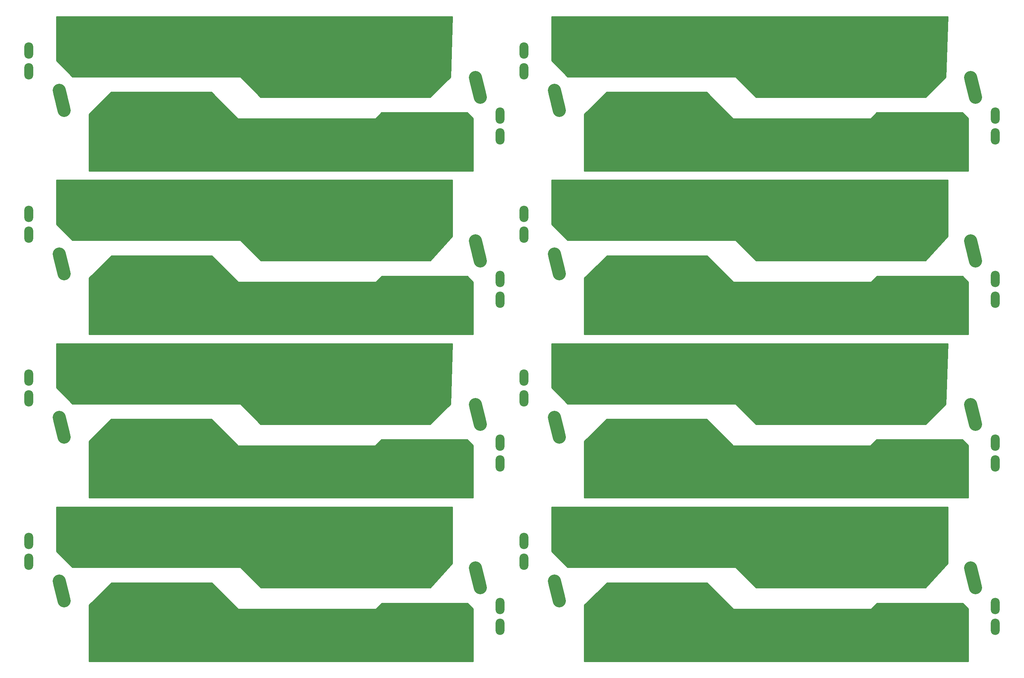
<source format=gbr>
G04 #@! TF.GenerationSoftware,KiCad,Pcbnew,(5.0.0)*
G04 #@! TF.CreationDate,2019-02-08T13:36:19+02:00*
G04 #@! TF.ProjectId,tp_x2_EKA_PnP,74705F78325F454B415F506E502E6B69,3*
G04 #@! TF.SameCoordinates,Original*
G04 #@! TF.FileFunction,Soldermask,Bot*
G04 #@! TF.FilePolarity,Negative*
%FSLAX46Y46*%
G04 Gerber Fmt 4.6, Leading zero omitted, Abs format (unit mm)*
G04 Created by KiCad (PCBNEW (5.0.0)) date 02/08/19 13:36:19*
%MOMM*%
%LPD*%
G01*
G04 APERTURE LIST*
%ADD10C,2.899360*%
%ADD11C,8.400000*%
%ADD12C,3.200000*%
%ADD13O,2.200000X4.000000*%
%ADD14O,9.200000X3.200000*%
%ADD15C,3.200000*%
%ADD16O,4.000000X2.200000*%
%ADD17C,0.254000*%
G04 APERTURE END LIST*
D10*
G04 #@! TO.C,H1*
X178000000Y-171000000D03*
G04 #@! TD*
G04 #@! TO.C,H1*
X178000000Y-91000000D03*
G04 #@! TD*
G04 #@! TO.C,H1*
X299000000Y-91000000D03*
G04 #@! TD*
G04 #@! TO.C,H1*
X301000000Y-171000000D03*
G04 #@! TD*
G04 #@! TO.C,H2*
X133000000Y-179000000D03*
G04 #@! TD*
G04 #@! TO.C,H2*
X133000000Y-139000000D03*
G04 #@! TD*
G04 #@! TO.C,H2*
X187000000Y-179000000D03*
G04 #@! TD*
G04 #@! TO.C,H2*
X197000000Y-184000000D03*
G04 #@! TD*
G04 #@! TO.C,H2*
X115000000Y-141000000D03*
G04 #@! TD*
D11*
G04 #@! TO.C,REF\002A\002A*
X192600000Y-206000000D03*
G04 #@! TD*
D10*
G04 #@! TO.C,H2*
X115000000Y-181000000D03*
G04 #@! TD*
G04 #@! TO.C,H2*
X151000000Y-179000000D03*
G04 #@! TD*
G04 #@! TO.C,H1*
X119000000Y-207000000D03*
G04 #@! TD*
D12*
G04 #@! TO.C,X4*
X152500000Y-211100000D03*
X147500000Y-211100000D03*
X142500000Y-211100000D03*
X152500000Y-204000000D03*
X147500000Y-204000000D03*
X142500000Y-204000000D03*
G04 #@! TD*
G04 #@! TO.C,X5*
X158000000Y-180900000D03*
X163000000Y-180900000D03*
X168000000Y-180900000D03*
X158000000Y-188000000D03*
X163000000Y-188000000D03*
X168000000Y-188000000D03*
G04 #@! TD*
D13*
G04 #@! TO.C,X17*
X99400000Y-184420000D03*
X99400000Y-189500000D03*
G04 #@! TD*
D10*
G04 #@! TO.C,H2*
X254000000Y-139000000D03*
G04 #@! TD*
G04 #@! TO.C,H2*
X308000000Y-179000000D03*
G04 #@! TD*
G04 #@! TO.C,H2*
X318000000Y-184000000D03*
G04 #@! TD*
D11*
G04 #@! TO.C,REF\002A\002A*
X300000000Y-147000000D03*
G04 #@! TD*
D10*
G04 #@! TO.C,H1*
X240000000Y-207000000D03*
G04 #@! TD*
G04 #@! TO.C,H2*
X236000000Y-141000000D03*
G04 #@! TD*
D11*
G04 #@! TO.C,REF\002A\002A*
X313600000Y-206000000D03*
G04 #@! TD*
D10*
G04 #@! TO.C,H2*
X272000000Y-179000000D03*
G04 #@! TD*
D13*
G04 #@! TO.C,X17*
X220400000Y-189500000D03*
X220400000Y-184420000D03*
G04 #@! TD*
D12*
G04 #@! TO.C,X5*
X289000000Y-188000000D03*
X284000000Y-188000000D03*
X279000000Y-188000000D03*
X289000000Y-180900000D03*
X284000000Y-180900000D03*
X279000000Y-180900000D03*
G04 #@! TD*
G04 #@! TO.C,X4*
X263500000Y-204000000D03*
X268500000Y-204000000D03*
X273500000Y-204000000D03*
X263500000Y-211100000D03*
X268500000Y-211100000D03*
X273500000Y-211100000D03*
G04 #@! TD*
D10*
G04 #@! TO.C,H2*
X254000000Y-179000000D03*
G04 #@! TD*
G04 #@! TO.C,H2*
X236000000Y-181000000D03*
G04 #@! TD*
D14*
G04 #@! TO.C,V2.1*
X234619236Y-188634980D03*
D12*
X239307528Y-199296590D03*
D15*
X237261533Y-201490651D02*
X241353523Y-197102529D01*
D12*
X228389270Y-196635452D03*
D15*
X227784465Y-194209713D02*
X228994075Y-199061191D01*
G04 #@! TD*
D11*
G04 #@! TO.C,REF\002A\002A*
X300000000Y-187000000D03*
G04 #@! TD*
D10*
G04 #@! TO.C,H1*
X321000000Y-208000000D03*
G04 #@! TD*
G04 #@! TO.C,H2*
X311000000Y-191000000D03*
G04 #@! TD*
G04 #@! TO.C,H1*
X282000000Y-211000000D03*
G04 #@! TD*
D12*
G04 #@! TO.C,X2*
X279000000Y-140900000D03*
X284000000Y-140900000D03*
X289000000Y-140900000D03*
X279000000Y-148000000D03*
X284000000Y-148000000D03*
X289000000Y-148000000D03*
G04 #@! TD*
D14*
G04 #@! TO.C,V2.2*
X323880764Y-201465020D03*
D12*
X319192472Y-190803410D03*
D15*
X321238467Y-188609349D02*
X317146477Y-192997471D01*
D12*
X330110730Y-193464548D03*
D15*
X330715535Y-195890287D02*
X329505925Y-191038809D01*
G04 #@! TD*
D10*
G04 #@! TO.C,H1*
X321000000Y-168000000D03*
G04 #@! TD*
G04 #@! TO.C,H2*
X311000000Y-151000000D03*
G04 #@! TD*
D16*
G04 #@! TO.C,X6*
X292040000Y-205000000D03*
X286960000Y-205000000D03*
G04 #@! TD*
D11*
G04 #@! TO.C,REF\002A\002A*
X244900000Y-184100000D03*
G04 #@! TD*
D10*
G04 #@! TO.C,H1*
X252000000Y-169000000D03*
G04 #@! TD*
G04 #@! TO.C,H2*
X308000000Y-139000000D03*
G04 #@! TD*
G04 #@! TO.C,H1*
X240000000Y-167000000D03*
G04 #@! TD*
G04 #@! TO.C,H1*
X282000000Y-171000000D03*
G04 #@! TD*
G04 #@! TO.C,H2*
X318000000Y-144000000D03*
G04 #@! TD*
G04 #@! TO.C,H1*
X306000000Y-204000000D03*
G04 #@! TD*
G04 #@! TO.C,H1*
X306000000Y-164000000D03*
G04 #@! TD*
D13*
G04 #@! TO.C,X7*
X335500000Y-165440000D03*
X335500000Y-160360000D03*
G04 #@! TD*
D10*
G04 #@! TO.C,H2*
X272000000Y-139000000D03*
G04 #@! TD*
D16*
G04 #@! TO.C,X3*
X286960000Y-165000000D03*
X292040000Y-165000000D03*
G04 #@! TD*
D12*
G04 #@! TO.C,V1.1*
X228389270Y-156635452D03*
D15*
X227784465Y-154209713D02*
X228994075Y-159061191D01*
D12*
X239307528Y-159296590D03*
D15*
X237261533Y-161490651D02*
X241353523Y-157102529D01*
D14*
X234619236Y-148634980D03*
G04 #@! TD*
D13*
G04 #@! TO.C,X9*
X220400000Y-144420000D03*
X220400000Y-149500000D03*
G04 #@! TD*
D12*
G04 #@! TO.C,X1*
X273500000Y-171100000D03*
X268500000Y-171100000D03*
X263500000Y-171100000D03*
X273500000Y-164000000D03*
X268500000Y-164000000D03*
X263500000Y-164000000D03*
G04 #@! TD*
D16*
G04 #@! TO.C,X12*
X266740000Y-143900000D03*
X261660000Y-143900000D03*
G04 #@! TD*
D11*
G04 #@! TO.C,REF\002A\002A*
X313600000Y-166000000D03*
G04 #@! TD*
G04 #@! TO.C,REF\002A\002A*
X244900000Y-144100000D03*
G04 #@! TD*
D10*
G04 #@! TO.C,H1*
X247000000Y-159000000D03*
G04 #@! TD*
D12*
G04 #@! TO.C,V1.2*
X330110730Y-153464548D03*
D15*
X330715535Y-155890287D02*
X329505925Y-151038809D01*
D12*
X319192472Y-150803410D03*
D15*
X321238467Y-148609349D02*
X317146477Y-152997471D01*
D14*
X323880764Y-161465020D03*
G04 #@! TD*
D16*
G04 #@! TO.C,X26*
X261660000Y-183900000D03*
X266740000Y-183900000D03*
G04 #@! TD*
D10*
G04 #@! TO.C,H1*
X252000000Y-209000000D03*
G04 #@! TD*
G04 #@! TO.C,H1*
X247000000Y-199000000D03*
G04 #@! TD*
D11*
G04 #@! TO.C,REF\002A\002A*
X179000000Y-147000000D03*
G04 #@! TD*
G04 #@! TO.C,REF\002A\002A*
X192600000Y-166000000D03*
G04 #@! TD*
D16*
G04 #@! TO.C,X12*
X140660000Y-143900000D03*
X145740000Y-143900000D03*
G04 #@! TD*
D14*
G04 #@! TO.C,V1.1*
X113619236Y-148634980D03*
D12*
X118307528Y-159296590D03*
D15*
X116261533Y-161490651D02*
X120353523Y-157102529D01*
D12*
X107389270Y-156635452D03*
D15*
X106784465Y-154209713D02*
X107994075Y-159061191D01*
G04 #@! TD*
D12*
G04 #@! TO.C,X1*
X142500000Y-164000000D03*
X147500000Y-164000000D03*
X152500000Y-164000000D03*
X142500000Y-171100000D03*
X147500000Y-171100000D03*
X152500000Y-171100000D03*
G04 #@! TD*
D13*
G04 #@! TO.C,X9*
X99400000Y-149500000D03*
X99400000Y-144420000D03*
G04 #@! TD*
D14*
G04 #@! TO.C,V1.2*
X202880764Y-161465020D03*
D12*
X198192472Y-150803410D03*
D15*
X200238467Y-148609349D02*
X196146477Y-152997471D01*
D12*
X209110730Y-153464548D03*
D15*
X209715535Y-155890287D02*
X208505925Y-151038809D01*
G04 #@! TD*
D16*
G04 #@! TO.C,X3*
X171040000Y-165000000D03*
X165960000Y-165000000D03*
G04 #@! TD*
D13*
G04 #@! TO.C,X7*
X214500000Y-160360000D03*
X214500000Y-165440000D03*
G04 #@! TD*
D11*
G04 #@! TO.C,REF\002A\002A*
X123900000Y-144100000D03*
G04 #@! TD*
D10*
G04 #@! TO.C,H1*
X185000000Y-164000000D03*
G04 #@! TD*
G04 #@! TO.C,H2*
X151000000Y-139000000D03*
G04 #@! TD*
G04 #@! TO.C,H1*
X126000000Y-159000000D03*
G04 #@! TD*
G04 #@! TO.C,H1*
X131000000Y-169000000D03*
G04 #@! TD*
G04 #@! TO.C,H1*
X161000000Y-171000000D03*
G04 #@! TD*
G04 #@! TO.C,H1*
X200000000Y-168000000D03*
G04 #@! TD*
G04 #@! TO.C,H2*
X190000000Y-151000000D03*
G04 #@! TD*
G04 #@! TO.C,H2*
X187000000Y-139000000D03*
G04 #@! TD*
G04 #@! TO.C,H1*
X119000000Y-167000000D03*
G04 #@! TD*
D12*
G04 #@! TO.C,X2*
X168000000Y-148000000D03*
X163000000Y-148000000D03*
X158000000Y-148000000D03*
X168000000Y-140900000D03*
X163000000Y-140900000D03*
X158000000Y-140900000D03*
G04 #@! TD*
D13*
G04 #@! TO.C,X14*
X335500000Y-200360000D03*
X335500000Y-205440000D03*
G04 #@! TD*
D10*
G04 #@! TO.C,H1*
X300000000Y-211000000D03*
G04 #@! TD*
G04 #@! TO.C,H2*
X197000000Y-144000000D03*
G04 #@! TD*
G04 #@! TO.C,H1*
X185000000Y-204000000D03*
G04 #@! TD*
D12*
G04 #@! TO.C,V2.1*
X107389270Y-196635452D03*
D15*
X106784465Y-194209713D02*
X107994075Y-199061191D01*
D12*
X118307528Y-199296590D03*
D15*
X116261533Y-201490651D02*
X120353523Y-197102529D01*
D14*
X113619236Y-188634980D03*
G04 #@! TD*
D11*
G04 #@! TO.C,REF\002A\002A*
X179000000Y-187000000D03*
G04 #@! TD*
D16*
G04 #@! TO.C,X6*
X165960000Y-205000000D03*
X171040000Y-205000000D03*
G04 #@! TD*
D10*
G04 #@! TO.C,H1*
X200000000Y-208000000D03*
G04 #@! TD*
G04 #@! TO.C,H2*
X190000000Y-191000000D03*
G04 #@! TD*
G04 #@! TO.C,H1*
X161000000Y-211000000D03*
G04 #@! TD*
D12*
G04 #@! TO.C,V2.2*
X209110730Y-193464548D03*
D15*
X209715535Y-195890287D02*
X208505925Y-191038809D01*
D12*
X198192472Y-190803410D03*
D15*
X200238467Y-188609349D02*
X196146477Y-192997471D01*
D14*
X202880764Y-201465020D03*
G04 #@! TD*
D11*
G04 #@! TO.C,REF\002A\002A*
X123900000Y-184100000D03*
G04 #@! TD*
D13*
G04 #@! TO.C,X14*
X214500000Y-205440000D03*
X214500000Y-200360000D03*
G04 #@! TD*
D10*
G04 #@! TO.C,H1*
X179000000Y-211000000D03*
G04 #@! TD*
D16*
G04 #@! TO.C,X26*
X145740000Y-183900000D03*
X140660000Y-183900000D03*
G04 #@! TD*
D10*
G04 #@! TO.C,H1*
X131000000Y-209000000D03*
G04 #@! TD*
G04 #@! TO.C,H1*
X126000000Y-199000000D03*
G04 #@! TD*
G04 #@! TO.C,H2*
X254000000Y-99000000D03*
G04 #@! TD*
G04 #@! TO.C,H2*
X254000000Y-59000000D03*
G04 #@! TD*
G04 #@! TO.C,H2*
X308000000Y-99000000D03*
G04 #@! TD*
G04 #@! TO.C,H2*
X318000000Y-104000000D03*
G04 #@! TD*
G04 #@! TO.C,H2*
X236000000Y-61000000D03*
G04 #@! TD*
D11*
G04 #@! TO.C,REF\002A\002A*
X313600000Y-126000000D03*
G04 #@! TD*
D10*
G04 #@! TO.C,H2*
X236000000Y-101000000D03*
G04 #@! TD*
G04 #@! TO.C,H2*
X272000000Y-99000000D03*
G04 #@! TD*
G04 #@! TO.C,H1*
X240000000Y-127000000D03*
G04 #@! TD*
D12*
G04 #@! TO.C,X4*
X273500000Y-131100000D03*
X268500000Y-131100000D03*
X263500000Y-131100000D03*
X273500000Y-124000000D03*
X268500000Y-124000000D03*
X263500000Y-124000000D03*
G04 #@! TD*
G04 #@! TO.C,X5*
X279000000Y-100900000D03*
X284000000Y-100900000D03*
X289000000Y-100900000D03*
X279000000Y-108000000D03*
X284000000Y-108000000D03*
X289000000Y-108000000D03*
G04 #@! TD*
D13*
G04 #@! TO.C,X17*
X220400000Y-104420000D03*
X220400000Y-109500000D03*
G04 #@! TD*
D11*
G04 #@! TO.C,REF\002A\002A*
X300000000Y-67000000D03*
G04 #@! TD*
G04 #@! TO.C,REF\002A\002A*
X313600000Y-86000000D03*
G04 #@! TD*
D16*
G04 #@! TO.C,X12*
X261660000Y-63900000D03*
X266740000Y-63900000D03*
G04 #@! TD*
D14*
G04 #@! TO.C,V1.1*
X234619236Y-68634980D03*
D12*
X239307528Y-79296590D03*
D15*
X237261533Y-81490651D02*
X241353523Y-77102529D01*
D12*
X228389270Y-76635452D03*
D15*
X227784465Y-74209713D02*
X228994075Y-79061191D01*
G04 #@! TD*
D12*
G04 #@! TO.C,X1*
X263500000Y-84000000D03*
X268500000Y-84000000D03*
X273500000Y-84000000D03*
X263500000Y-91100000D03*
X268500000Y-91100000D03*
X273500000Y-91100000D03*
G04 #@! TD*
D13*
G04 #@! TO.C,X9*
X220400000Y-69500000D03*
X220400000Y-64420000D03*
G04 #@! TD*
D14*
G04 #@! TO.C,V1.2*
X323880764Y-81465020D03*
D12*
X319192472Y-70803410D03*
D15*
X321238467Y-68609349D02*
X317146477Y-72997471D01*
D12*
X330110730Y-73464548D03*
D15*
X330715535Y-75890287D02*
X329505925Y-71038809D01*
G04 #@! TD*
D16*
G04 #@! TO.C,X3*
X292040000Y-85000000D03*
X286960000Y-85000000D03*
G04 #@! TD*
D13*
G04 #@! TO.C,X7*
X335500000Y-80360000D03*
X335500000Y-85440000D03*
G04 #@! TD*
D11*
G04 #@! TO.C,REF\002A\002A*
X244900000Y-64100000D03*
G04 #@! TD*
D10*
G04 #@! TO.C,H1*
X306000000Y-84000000D03*
G04 #@! TD*
G04 #@! TO.C,H2*
X272000000Y-59000000D03*
G04 #@! TD*
G04 #@! TO.C,H1*
X247000000Y-79000000D03*
G04 #@! TD*
G04 #@! TO.C,H1*
X252000000Y-89000000D03*
G04 #@! TD*
G04 #@! TO.C,H1*
X282000000Y-91000000D03*
G04 #@! TD*
G04 #@! TO.C,H1*
X321000000Y-88000000D03*
G04 #@! TD*
G04 #@! TO.C,H2*
X311000000Y-71000000D03*
G04 #@! TD*
G04 #@! TO.C,H2*
X308000000Y-59000000D03*
G04 #@! TD*
G04 #@! TO.C,H1*
X240000000Y-87000000D03*
G04 #@! TD*
D12*
G04 #@! TO.C,X2*
X289000000Y-68000000D03*
X284000000Y-68000000D03*
X279000000Y-68000000D03*
X289000000Y-60900000D03*
X284000000Y-60900000D03*
X279000000Y-60900000D03*
G04 #@! TD*
D10*
G04 #@! TO.C,H2*
X318000000Y-64000000D03*
G04 #@! TD*
G04 #@! TO.C,H1*
X306000000Y-124000000D03*
G04 #@! TD*
D12*
G04 #@! TO.C,V2.1*
X228389270Y-116635452D03*
D15*
X227784465Y-114209713D02*
X228994075Y-119061191D01*
D12*
X239307528Y-119296590D03*
D15*
X237261533Y-121490651D02*
X241353523Y-117102529D01*
D14*
X234619236Y-108634980D03*
G04 #@! TD*
D11*
G04 #@! TO.C,REF\002A\002A*
X300000000Y-107000000D03*
G04 #@! TD*
D16*
G04 #@! TO.C,X6*
X286960000Y-125000000D03*
X292040000Y-125000000D03*
G04 #@! TD*
D10*
G04 #@! TO.C,H1*
X321000000Y-128000000D03*
G04 #@! TD*
G04 #@! TO.C,H2*
X311000000Y-111000000D03*
G04 #@! TD*
G04 #@! TO.C,H1*
X282000000Y-131000000D03*
G04 #@! TD*
D12*
G04 #@! TO.C,V2.2*
X330110730Y-113464548D03*
D15*
X330715535Y-115890287D02*
X329505925Y-111038809D01*
D12*
X319192472Y-110803410D03*
D15*
X321238467Y-108609349D02*
X317146477Y-112997471D01*
D14*
X323880764Y-121465020D03*
G04 #@! TD*
D11*
G04 #@! TO.C,REF\002A\002A*
X244900000Y-104100000D03*
G04 #@! TD*
D13*
G04 #@! TO.C,X14*
X335500000Y-125440000D03*
X335500000Y-120360000D03*
G04 #@! TD*
D10*
G04 #@! TO.C,H1*
X300000000Y-131000000D03*
G04 #@! TD*
D16*
G04 #@! TO.C,X26*
X266740000Y-103900000D03*
X261660000Y-103900000D03*
G04 #@! TD*
D10*
G04 #@! TO.C,H1*
X252000000Y-129000000D03*
G04 #@! TD*
G04 #@! TO.C,H1*
X247000000Y-119000000D03*
G04 #@! TD*
D11*
G04 #@! TO.C,REF\002A\002A*
X192600000Y-126000000D03*
G04 #@! TD*
D13*
G04 #@! TO.C,X14*
X214500000Y-120360000D03*
X214500000Y-125440000D03*
G04 #@! TD*
D11*
G04 #@! TO.C,REF\002A\002A*
X179000000Y-107000000D03*
G04 #@! TD*
D16*
G04 #@! TO.C,X26*
X140660000Y-103900000D03*
X145740000Y-103900000D03*
G04 #@! TD*
D14*
G04 #@! TO.C,V2.1*
X113619236Y-108634980D03*
D12*
X118307528Y-119296590D03*
D15*
X116261533Y-121490651D02*
X120353523Y-117102529D01*
D12*
X107389270Y-116635452D03*
D15*
X106784465Y-114209713D02*
X107994075Y-119061191D01*
G04 #@! TD*
D14*
G04 #@! TO.C,V2.2*
X202880764Y-121465020D03*
D12*
X198192472Y-110803410D03*
D15*
X200238467Y-108609349D02*
X196146477Y-112997471D01*
D12*
X209110730Y-113464548D03*
D15*
X209715535Y-115890287D02*
X208505925Y-111038809D01*
G04 #@! TD*
D11*
G04 #@! TO.C,REF\002A\002A*
X123900000Y-104100000D03*
G04 #@! TD*
D16*
G04 #@! TO.C,X6*
X171040000Y-125000000D03*
X165960000Y-125000000D03*
G04 #@! TD*
D10*
G04 #@! TO.C,H1*
X185000000Y-124000000D03*
G04 #@! TD*
G04 #@! TO.C,H1*
X179000000Y-131000000D03*
G04 #@! TD*
G04 #@! TO.C,H1*
X161000000Y-131000000D03*
G04 #@! TD*
G04 #@! TO.C,H1*
X126000000Y-119000000D03*
G04 #@! TD*
G04 #@! TO.C,H1*
X131000000Y-129000000D03*
G04 #@! TD*
G04 #@! TO.C,H2*
X190000000Y-111000000D03*
G04 #@! TD*
G04 #@! TO.C,H1*
X200000000Y-128000000D03*
G04 #@! TD*
G04 #@! TO.C,H2*
X197000000Y-104000000D03*
G04 #@! TD*
D13*
G04 #@! TO.C,X17*
X99400000Y-109500000D03*
X99400000Y-104420000D03*
G04 #@! TD*
D12*
G04 #@! TO.C,X5*
X168000000Y-108000000D03*
X163000000Y-108000000D03*
X158000000Y-108000000D03*
X168000000Y-100900000D03*
X163000000Y-100900000D03*
X158000000Y-100900000D03*
G04 #@! TD*
G04 #@! TO.C,X4*
X142500000Y-124000000D03*
X147500000Y-124000000D03*
X152500000Y-124000000D03*
X142500000Y-131100000D03*
X147500000Y-131100000D03*
X152500000Y-131100000D03*
G04 #@! TD*
D10*
G04 #@! TO.C,H1*
X119000000Y-127000000D03*
G04 #@! TD*
G04 #@! TO.C,H2*
X151000000Y-99000000D03*
G04 #@! TD*
G04 #@! TO.C,H2*
X133000000Y-99000000D03*
G04 #@! TD*
G04 #@! TO.C,H2*
X187000000Y-99000000D03*
G04 #@! TD*
G04 #@! TO.C,H2*
X115000000Y-101000000D03*
G04 #@! TD*
G04 #@! TO.C,H2*
X115000000Y-61000000D03*
G04 #@! TD*
G04 #@! TO.C,H2*
X133000000Y-59000000D03*
G04 #@! TD*
G04 #@! TO.C,H2*
X151000000Y-59000000D03*
G04 #@! TD*
G04 #@! TO.C,H2*
X187000000Y-59000000D03*
G04 #@! TD*
G04 #@! TO.C,H2*
X190000000Y-71000000D03*
G04 #@! TD*
G04 #@! TO.C,H1*
X200000000Y-88000000D03*
G04 #@! TD*
G04 #@! TO.C,H1*
X185000000Y-84000000D03*
G04 #@! TD*
G04 #@! TO.C,H1*
X161000000Y-91000000D03*
G04 #@! TD*
G04 #@! TO.C,H1*
X131000000Y-89000000D03*
G04 #@! TD*
G04 #@! TO.C,H1*
X126000000Y-79000000D03*
G04 #@! TD*
D11*
G04 #@! TO.C,REF\002A\002A*
X192600000Y-86000000D03*
G04 #@! TD*
D16*
G04 #@! TO.C,X3*
X165960000Y-85000000D03*
X171040000Y-85000000D03*
G04 #@! TD*
D12*
G04 #@! TO.C,V1.2*
X209110730Y-73464548D03*
D15*
X209715535Y-75890287D02*
X208505925Y-71038809D01*
D12*
X198192472Y-70803410D03*
D15*
X200238467Y-68609349D02*
X196146477Y-72997471D01*
D14*
X202880764Y-81465020D03*
G04 #@! TD*
D11*
G04 #@! TO.C,REF\002A\002A*
X179000000Y-67000000D03*
G04 #@! TD*
G04 #@! TO.C,REF\002A\002A*
X123900000Y-64100000D03*
G04 #@! TD*
D12*
G04 #@! TO.C,V1.1*
X107389270Y-76635452D03*
D15*
X106784465Y-74209713D02*
X107994075Y-79061191D01*
D12*
X118307528Y-79296590D03*
D15*
X116261533Y-81490651D02*
X120353523Y-77102529D01*
D14*
X113619236Y-68634980D03*
G04 #@! TD*
D13*
G04 #@! TO.C,X7*
X214500000Y-85440000D03*
X214500000Y-80360000D03*
G04 #@! TD*
D16*
G04 #@! TO.C,X12*
X145740000Y-63900000D03*
X140660000Y-63900000D03*
G04 #@! TD*
D13*
G04 #@! TO.C,X9*
X99400000Y-64420000D03*
X99400000Y-69500000D03*
G04 #@! TD*
D12*
G04 #@! TO.C,X1*
X152500000Y-91100000D03*
X147500000Y-91100000D03*
X142500000Y-91100000D03*
X152500000Y-84000000D03*
X147500000Y-84000000D03*
X142500000Y-84000000D03*
G04 #@! TD*
G04 #@! TO.C,X2*
X158000000Y-60900000D03*
X163000000Y-60900000D03*
X168000000Y-60900000D03*
X158000000Y-68000000D03*
X163000000Y-68000000D03*
X168000000Y-68000000D03*
G04 #@! TD*
D10*
G04 #@! TO.C,H1*
X119000000Y-87000000D03*
G04 #@! TD*
G04 #@! TO.C,H2*
X197000000Y-64000000D03*
G04 #@! TD*
D17*
G36*
X202374741Y-70945653D02*
X197447394Y-75873000D01*
X156052606Y-75873000D01*
X151089803Y-70910197D01*
X151048601Y-70882667D01*
X151000000Y-70873000D01*
X110052606Y-70873000D01*
X106127000Y-66947394D01*
X106127000Y-56127000D01*
X202868696Y-56127000D01*
X202374741Y-70945653D01*
X202374741Y-70945653D01*
G37*
X202374741Y-70945653D02*
X197447394Y-75873000D01*
X156052606Y-75873000D01*
X151089803Y-70910197D01*
X151048601Y-70882667D01*
X151000000Y-70873000D01*
X110052606Y-70873000D01*
X106127000Y-66947394D01*
X106127000Y-56127000D01*
X202868696Y-56127000D01*
X202374741Y-70945653D01*
G36*
X150410197Y-81089803D02*
X150451399Y-81117333D01*
X150500000Y-81127000D01*
X184000000Y-81127000D01*
X184048601Y-81117333D01*
X184089803Y-81089803D01*
X185552606Y-79627000D01*
X206447394Y-79627000D01*
X207873000Y-81052606D01*
X207873000Y-93873000D01*
X114127000Y-93873000D01*
X114127000Y-80052606D01*
X119552606Y-74627000D01*
X143947394Y-74627000D01*
X150410197Y-81089803D01*
X150410197Y-81089803D01*
G37*
X150410197Y-81089803D02*
X150451399Y-81117333D01*
X150500000Y-81127000D01*
X184000000Y-81127000D01*
X184048601Y-81117333D01*
X184089803Y-81089803D01*
X185552606Y-79627000D01*
X206447394Y-79627000D01*
X207873000Y-81052606D01*
X207873000Y-93873000D01*
X114127000Y-93873000D01*
X114127000Y-80052606D01*
X119552606Y-74627000D01*
X143947394Y-74627000D01*
X150410197Y-81089803D01*
G36*
X150497915Y-121089803D02*
X150539117Y-121117333D01*
X150587718Y-121127000D01*
X184087718Y-121127000D01*
X184136319Y-121117333D01*
X184177521Y-121089803D01*
X185640324Y-119627000D01*
X206532859Y-119627000D01*
X207873000Y-121050378D01*
X207873000Y-133873000D01*
X114127000Y-133873000D01*
X114127000Y-120053194D01*
X119639735Y-114627000D01*
X144035112Y-114627000D01*
X150497915Y-121089803D01*
X150497915Y-121089803D01*
G37*
X150497915Y-121089803D02*
X150539117Y-121117333D01*
X150587718Y-121127000D01*
X184087718Y-121127000D01*
X184136319Y-121117333D01*
X184177521Y-121089803D01*
X185640324Y-119627000D01*
X206532859Y-119627000D01*
X207873000Y-121050378D01*
X207873000Y-133873000D01*
X114127000Y-133873000D01*
X114127000Y-120053194D01*
X119639735Y-114627000D01*
X144035112Y-114627000D01*
X150497915Y-121089803D01*
G36*
X202873000Y-109950996D02*
X197503268Y-115873000D01*
X156112152Y-115873000D01*
X151149349Y-110910197D01*
X151108147Y-110882667D01*
X151059546Y-110873000D01*
X110052606Y-110873000D01*
X106127000Y-106947394D01*
X106127000Y-96127000D01*
X202873000Y-96127000D01*
X202873000Y-109950996D01*
X202873000Y-109950996D01*
G37*
X202873000Y-109950996D02*
X197503268Y-115873000D01*
X156112152Y-115873000D01*
X151149349Y-110910197D01*
X151108147Y-110882667D01*
X151059546Y-110873000D01*
X110052606Y-110873000D01*
X106127000Y-106947394D01*
X106127000Y-96127000D01*
X202873000Y-96127000D01*
X202873000Y-109950996D01*
G36*
X271410197Y-81089803D02*
X271451399Y-81117333D01*
X271500000Y-81127000D01*
X305000000Y-81127000D01*
X305048601Y-81117333D01*
X305089803Y-81089803D01*
X306552606Y-79627000D01*
X327447394Y-79627000D01*
X328873000Y-81052606D01*
X328873000Y-93873000D01*
X235127000Y-93873000D01*
X235127000Y-80052606D01*
X240552606Y-74627000D01*
X264947394Y-74627000D01*
X271410197Y-81089803D01*
X271410197Y-81089803D01*
G37*
X271410197Y-81089803D02*
X271451399Y-81117333D01*
X271500000Y-81127000D01*
X305000000Y-81127000D01*
X305048601Y-81117333D01*
X305089803Y-81089803D01*
X306552606Y-79627000D01*
X327447394Y-79627000D01*
X328873000Y-81052606D01*
X328873000Y-93873000D01*
X235127000Y-93873000D01*
X235127000Y-80052606D01*
X240552606Y-74627000D01*
X264947394Y-74627000D01*
X271410197Y-81089803D01*
G36*
X271497915Y-121089803D02*
X271539117Y-121117333D01*
X271587718Y-121127000D01*
X305087718Y-121127000D01*
X305136319Y-121117333D01*
X305177521Y-121089803D01*
X306640324Y-119627000D01*
X327532859Y-119627000D01*
X328873000Y-121050378D01*
X328873000Y-133873000D01*
X235127000Y-133873000D01*
X235127000Y-120053194D01*
X240639735Y-114627000D01*
X265035112Y-114627000D01*
X271497915Y-121089803D01*
X271497915Y-121089803D01*
G37*
X271497915Y-121089803D02*
X271539117Y-121117333D01*
X271587718Y-121127000D01*
X305087718Y-121127000D01*
X305136319Y-121117333D01*
X305177521Y-121089803D01*
X306640324Y-119627000D01*
X327532859Y-119627000D01*
X328873000Y-121050378D01*
X328873000Y-133873000D01*
X235127000Y-133873000D01*
X235127000Y-120053194D01*
X240639735Y-114627000D01*
X265035112Y-114627000D01*
X271497915Y-121089803D01*
G36*
X323374741Y-70945653D02*
X318447394Y-75873000D01*
X277052606Y-75873000D01*
X272089803Y-70910197D01*
X272048601Y-70882667D01*
X272000000Y-70873000D01*
X231052606Y-70873000D01*
X227127000Y-66947394D01*
X227127000Y-56127000D01*
X323868696Y-56127000D01*
X323374741Y-70945653D01*
X323374741Y-70945653D01*
G37*
X323374741Y-70945653D02*
X318447394Y-75873000D01*
X277052606Y-75873000D01*
X272089803Y-70910197D01*
X272048601Y-70882667D01*
X272000000Y-70873000D01*
X231052606Y-70873000D01*
X227127000Y-66947394D01*
X227127000Y-56127000D01*
X323868696Y-56127000D01*
X323374741Y-70945653D01*
G36*
X323873000Y-109950996D02*
X318503268Y-115873000D01*
X277112152Y-115873000D01*
X272149349Y-110910197D01*
X272108147Y-110882667D01*
X272059546Y-110873000D01*
X231052606Y-110873000D01*
X227127000Y-106947394D01*
X227127000Y-96127000D01*
X323873000Y-96127000D01*
X323873000Y-109950996D01*
X323873000Y-109950996D01*
G37*
X323873000Y-109950996D02*
X318503268Y-115873000D01*
X277112152Y-115873000D01*
X272149349Y-110910197D01*
X272108147Y-110882667D01*
X272059546Y-110873000D01*
X231052606Y-110873000D01*
X227127000Y-106947394D01*
X227127000Y-96127000D01*
X323873000Y-96127000D01*
X323873000Y-109950996D01*
G36*
X271497915Y-201089803D02*
X271539117Y-201117333D01*
X271587718Y-201127000D01*
X305087718Y-201127000D01*
X305136319Y-201117333D01*
X305177521Y-201089803D01*
X306640324Y-199627000D01*
X327532859Y-199627000D01*
X328873000Y-201050378D01*
X328873000Y-213873000D01*
X235127000Y-213873000D01*
X235127000Y-200053194D01*
X240639735Y-194627000D01*
X265035112Y-194627000D01*
X271497915Y-201089803D01*
X271497915Y-201089803D01*
G37*
X271497915Y-201089803D02*
X271539117Y-201117333D01*
X271587718Y-201127000D01*
X305087718Y-201127000D01*
X305136319Y-201117333D01*
X305177521Y-201089803D01*
X306640324Y-199627000D01*
X327532859Y-199627000D01*
X328873000Y-201050378D01*
X328873000Y-213873000D01*
X235127000Y-213873000D01*
X235127000Y-200053194D01*
X240639735Y-194627000D01*
X265035112Y-194627000D01*
X271497915Y-201089803D01*
G36*
X271410197Y-161089803D02*
X271451399Y-161117333D01*
X271500000Y-161127000D01*
X305000000Y-161127000D01*
X305048601Y-161117333D01*
X305089803Y-161089803D01*
X306552606Y-159627000D01*
X327447394Y-159627000D01*
X328873000Y-161052606D01*
X328873000Y-173873000D01*
X235127000Y-173873000D01*
X235127000Y-160052606D01*
X240552606Y-154627000D01*
X264947394Y-154627000D01*
X271410197Y-161089803D01*
X271410197Y-161089803D01*
G37*
X271410197Y-161089803D02*
X271451399Y-161117333D01*
X271500000Y-161127000D01*
X305000000Y-161127000D01*
X305048601Y-161117333D01*
X305089803Y-161089803D01*
X306552606Y-159627000D01*
X327447394Y-159627000D01*
X328873000Y-161052606D01*
X328873000Y-173873000D01*
X235127000Y-173873000D01*
X235127000Y-160052606D01*
X240552606Y-154627000D01*
X264947394Y-154627000D01*
X271410197Y-161089803D01*
G36*
X323873000Y-189950996D02*
X318503268Y-195873000D01*
X277112152Y-195873000D01*
X272149349Y-190910197D01*
X272108147Y-190882667D01*
X272059546Y-190873000D01*
X231052606Y-190873000D01*
X227127000Y-186947394D01*
X227127000Y-176127000D01*
X323873000Y-176127000D01*
X323873000Y-189950996D01*
X323873000Y-189950996D01*
G37*
X323873000Y-189950996D02*
X318503268Y-195873000D01*
X277112152Y-195873000D01*
X272149349Y-190910197D01*
X272108147Y-190882667D01*
X272059546Y-190873000D01*
X231052606Y-190873000D01*
X227127000Y-186947394D01*
X227127000Y-176127000D01*
X323873000Y-176127000D01*
X323873000Y-189950996D01*
G36*
X150410197Y-161089803D02*
X150451399Y-161117333D01*
X150500000Y-161127000D01*
X184000000Y-161127000D01*
X184048601Y-161117333D01*
X184089803Y-161089803D01*
X185552606Y-159627000D01*
X206447394Y-159627000D01*
X207873000Y-161052606D01*
X207873000Y-173873000D01*
X114127000Y-173873000D01*
X114127000Y-160052606D01*
X119552606Y-154627000D01*
X143947394Y-154627000D01*
X150410197Y-161089803D01*
X150410197Y-161089803D01*
G37*
X150410197Y-161089803D02*
X150451399Y-161117333D01*
X150500000Y-161127000D01*
X184000000Y-161127000D01*
X184048601Y-161117333D01*
X184089803Y-161089803D01*
X185552606Y-159627000D01*
X206447394Y-159627000D01*
X207873000Y-161052606D01*
X207873000Y-173873000D01*
X114127000Y-173873000D01*
X114127000Y-160052606D01*
X119552606Y-154627000D01*
X143947394Y-154627000D01*
X150410197Y-161089803D01*
G36*
X150497915Y-201089803D02*
X150539117Y-201117333D01*
X150587718Y-201127000D01*
X184087718Y-201127000D01*
X184136319Y-201117333D01*
X184177521Y-201089803D01*
X185640324Y-199627000D01*
X206532859Y-199627000D01*
X207873000Y-201050378D01*
X207873000Y-213873000D01*
X114127000Y-213873000D01*
X114127000Y-200053194D01*
X119639735Y-194627000D01*
X144035112Y-194627000D01*
X150497915Y-201089803D01*
X150497915Y-201089803D01*
G37*
X150497915Y-201089803D02*
X150539117Y-201117333D01*
X150587718Y-201127000D01*
X184087718Y-201127000D01*
X184136319Y-201117333D01*
X184177521Y-201089803D01*
X185640324Y-199627000D01*
X206532859Y-199627000D01*
X207873000Y-201050378D01*
X207873000Y-213873000D01*
X114127000Y-213873000D01*
X114127000Y-200053194D01*
X119639735Y-194627000D01*
X144035112Y-194627000D01*
X150497915Y-201089803D01*
G36*
X202374741Y-150945653D02*
X197447394Y-155873000D01*
X156052606Y-155873000D01*
X151089803Y-150910197D01*
X151048601Y-150882667D01*
X151000000Y-150873000D01*
X110052606Y-150873000D01*
X106127000Y-146947394D01*
X106127000Y-136127000D01*
X202868696Y-136127000D01*
X202374741Y-150945653D01*
X202374741Y-150945653D01*
G37*
X202374741Y-150945653D02*
X197447394Y-155873000D01*
X156052606Y-155873000D01*
X151089803Y-150910197D01*
X151048601Y-150882667D01*
X151000000Y-150873000D01*
X110052606Y-150873000D01*
X106127000Y-146947394D01*
X106127000Y-136127000D01*
X202868696Y-136127000D01*
X202374741Y-150945653D01*
G36*
X202873000Y-189950996D02*
X197503268Y-195873000D01*
X156112152Y-195873000D01*
X151149349Y-190910197D01*
X151108147Y-190882667D01*
X151059546Y-190873000D01*
X110052606Y-190873000D01*
X106127000Y-186947394D01*
X106127000Y-176127000D01*
X202873000Y-176127000D01*
X202873000Y-189950996D01*
X202873000Y-189950996D01*
G37*
X202873000Y-189950996D02*
X197503268Y-195873000D01*
X156112152Y-195873000D01*
X151149349Y-190910197D01*
X151108147Y-190882667D01*
X151059546Y-190873000D01*
X110052606Y-190873000D01*
X106127000Y-186947394D01*
X106127000Y-176127000D01*
X202873000Y-176127000D01*
X202873000Y-189950996D01*
G36*
X323374741Y-150945653D02*
X318447394Y-155873000D01*
X277052606Y-155873000D01*
X272089803Y-150910197D01*
X272048601Y-150882667D01*
X272000000Y-150873000D01*
X231052606Y-150873000D01*
X227127000Y-146947394D01*
X227127000Y-136127000D01*
X323868696Y-136127000D01*
X323374741Y-150945653D01*
X323374741Y-150945653D01*
G37*
X323374741Y-150945653D02*
X318447394Y-155873000D01*
X277052606Y-155873000D01*
X272089803Y-150910197D01*
X272048601Y-150882667D01*
X272000000Y-150873000D01*
X231052606Y-150873000D01*
X227127000Y-146947394D01*
X227127000Y-136127000D01*
X323868696Y-136127000D01*
X323374741Y-150945653D01*
M02*

</source>
